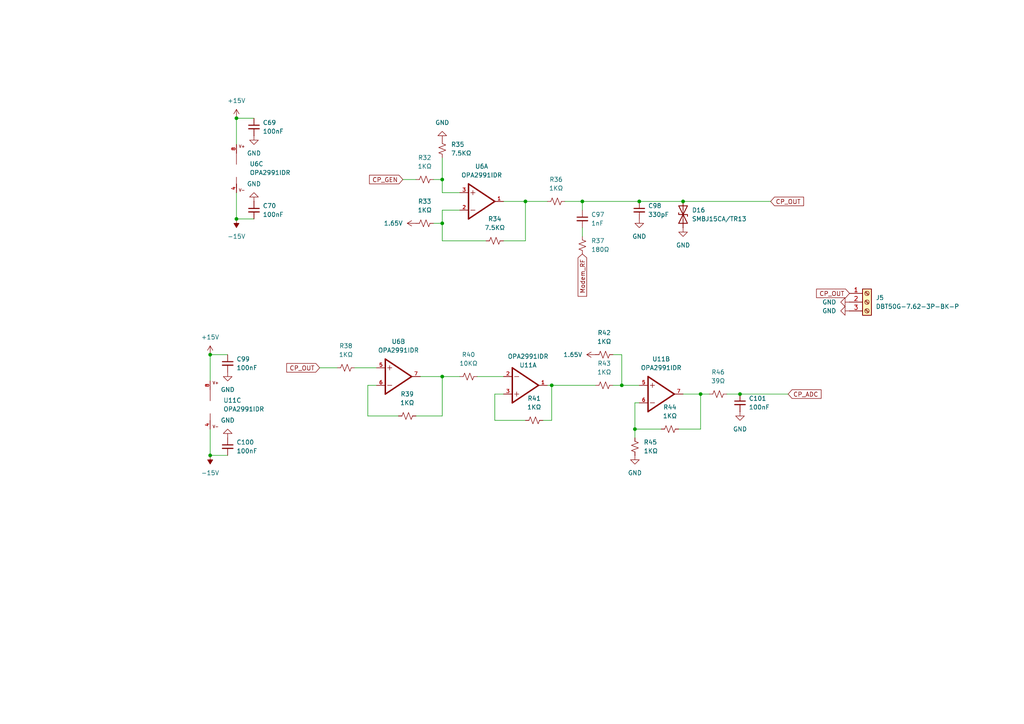
<source format=kicad_sch>
(kicad_sch (version 20231120) (generator "eeschema") (generator_version "8.0")
  (paper "A4")
  (lib_symbols
    (symbol "Connector:Screw_Terminal_01x03" (pin_names (offset 1.016) hide)
      (property "Reference" "J" (at 0 5.08 0))
      (property "Value" "Screw_Terminal_01x03" (at 0 -5.08 0))
      (symbol "Screw_Terminal_01x03_1_1"
        (rectangle (start -1.27 3.81) (end 1.27 -3.81) (stroke (width 0.254)) (fill (type background)))
        (circle (center 0 -2.54) (radius 0.635) (stroke (width 0.1524)))
        (polyline (pts (xy -0.5334 -2.2098) (xy 0.3302 -3.048)) (stroke (width 0.1524)))
        (polyline (pts (xy -0.5334 0.3302) (xy 0.3302 -0.508)) (stroke (width 0.1524)))
        (polyline (pts (xy -0.5334 2.8702) (xy 0.3302 2.032)) (stroke (width 0.1524)))
        (polyline (pts (xy -0.3556 -2.032) (xy 0.508 -2.8702)) (stroke (width 0.1524)))
        (polyline (pts (xy -0.3556 0.508) (xy 0.508 -0.3302)) (stroke (width 0.1524)))
        (polyline (pts (xy -0.3556 3.048) (xy 0.508 2.2098)) (stroke (width 0.1524)))
        (circle (center 0 0) (radius 0.635) (stroke (width 0.1524)))
        (circle (center 0 2.54) (radius 0.635) (stroke (width 0.1524)))
        (pin passive line (at -5.08 2.54 0) (length 3.81) (name "Pin_1") (number "1"))
        (pin passive line (at -5.08 0 0) (length 3.81) (name "Pin_2") (number "2"))
        (pin passive line (at -5.08 -2.54 0) (length 3.81) (name "Pin_3") (number "3"))
      )
    )
    (symbol "Device:C_Small" (pin_numbers hide) (pin_names (offset 0.254) hide)
      (property "Reference" "C" (at 0.254 1.778 0))
      (property "Value" "C_Small" (at 0.254 -2.032 0))
      (symbol "C_Small_0_1"
        (polyline (pts (xy -1.524 -0.508) (xy 1.524 -0.508)) (stroke (width 0.3302)))
        (polyline (pts (xy -1.524 0.508) (xy 1.524 0.508)) (stroke (width 0.3048)))
      )
      (symbol "C_Small_1_1"
        (pin passive line (at 0 2.54 270) (length 2.032) (name "~") (number "1"))
        (pin passive line (at 0 -2.54 90) (length 2.032) (name "~") (number "2"))
      )
    )
    (symbol "Device:D_TVS" (pin_numbers hide) (pin_names (offset 1.016) hide)
      (property "Reference" "D" (at 0 2.54 0))
      (property "Value" "D_TVS" (at 0 -2.54 0))
      (symbol "D_TVS_0_1"
        (polyline (pts (xy 1.27 0) (xy -1.27 0)))
        (polyline (pts (xy 0.508 1.27) (xy 0 1.27) (xy 0 -1.27) (xy -0.508 -1.27)) (stroke (width 0.254)))
        (polyline (pts (xy -2.54 1.27) (xy -2.54 -1.27) (xy 2.54 1.27) (xy 2.54 -1.27) (xy -2.54 1.27)) (stroke (width 0.254)))
      )
      (symbol "D_TVS_1_1"
        (pin passive line (at -3.81 0 0) (length 2.54) (name "A1") (number "1"))
        (pin passive line (at 3.81 0 180) (length 2.54) (name "A2") (number "2"))
      )
    )
    (symbol "Device:R_Small_US" (pin_numbers hide) (pin_names (offset 0.254) hide)
      (property "Reference" "R" (at 0.762 0.508 0))
      (property "Value" "R_Small_US" (at 0.762 -1.016 0))
      (symbol "R_Small_US_1_1"
        (polyline (pts (xy 0 0) (xy 1.016 -0.381) (xy 0 -0.762) (xy -1.016 -1.143) (xy 0 -1.524)))
        (polyline (pts (xy 0 1.524) (xy 1.016 1.143) (xy 0 0.762) (xy -1.016 0.381) (xy 0 0)))
        (pin passive line (at 0 2.54 270) (length 1.016) (name "~") (number "1"))
        (pin passive line (at 0 -2.54 90) (length 1.016) (name "~") (number "2"))
      )
    )
    (symbol "OPA2991IPWR:OPA2991IPWR" (pin_names (offset 1.016))
      (property "Reference" "U" (at -2.54 6.35 0))
      (property "Value" "OPA2991IPWR" (at 1.27 3.81 0))
      (symbol "OPA2991IPWR_1_0"
        (polyline (pts (xy -2.54 -5.08) (xy 5.08 0)) (stroke (width 0.4064)))
        (polyline (pts (xy -2.54 5.08) (xy -2.54 -5.08)) (stroke (width 0.4064)))
        (polyline (pts (xy -1.905 -2.54) (xy -0.635 -2.54)) (stroke (width 0.1524)))
        (polyline (pts (xy -1.905 2.54) (xy -0.635 2.54)) (stroke (width 0.1524)))
        (polyline (pts (xy -1.27 3.175) (xy -1.27 1.905)) (stroke (width 0.1524)))
        (polyline (pts (xy 5.08 0) (xy -2.54 5.08)) (stroke (width 0.4064)))
        (pin output line (at 7.62 0 180) (length 2.54) (name "~") (number "1"))
        (pin input line (at -5.08 -2.54 0) (length 2.54) (name "~") (number "2"))
        (pin input line (at -5.08 2.54 0) (length 2.54) (name "~") (number "3"))
      )
      (symbol "OPA2991IPWR_2_0"
        (polyline (pts (xy -2.54 -5.08) (xy 5.08 0)) (stroke (width 0.4064)))
        (polyline (pts (xy -2.54 5.08) (xy -2.54 -5.08)) (stroke (width 0.4064)))
        (polyline (pts (xy -1.905 -2.54) (xy -0.635 -2.54)) (stroke (width 0.1524)))
        (polyline (pts (xy -1.905 2.54) (xy -0.635 2.54)) (stroke (width 0.1524)))
        (polyline (pts (xy -1.27 3.175) (xy -1.27 1.905)) (stroke (width 0.1524)))
        (polyline (pts (xy 5.08 0) (xy -2.54 5.08)) (stroke (width 0.4064)))
        (pin input line (at -5.08 2.54 0) (length 2.54) (name "~") (number "5"))
        (pin input line (at -5.08 -2.54 0) (length 2.54) (name "~") (number "6"))
        (pin output line (at 7.62 0 180) (length 2.54) (name "~") (number "7"))
      )
      (symbol "OPA2991IPWR_3_0"
        (polyline (pts (xy 0 -1.8542) (xy 0 -5.08)) (stroke (width 0.1524)))
        (polyline (pts (xy 0 5.08) (xy 0 1.8542)) (stroke (width 0.1524)))
        (text "V+" (at 0.635 6.604 0) (effects (font (size 0.8128 0.8128)) (justify left bottom)))
        (text "V-" (at 0.635 -6.096 0) (effects (font (size 0.8128 0.8128)) (justify left bottom)))
        (pin power_in line (at 0 -6.35 90) (length 2.54) (name "~") (number "4"))
        (pin power_in line (at 0 7.62 270) (length 2.54) (name "~") (number "8"))
      )
    )
    (symbol "power:+15V" (power) (pin_numbers hide) (pin_names (offset 0) hide)
      (property "Value" "+15V" (at 0 3.556 0))
      (symbol "+15V_0_1"
        (polyline (pts (xy -0.762 1.27) (xy 0 2.54)))
        (polyline (pts (xy 0 0) (xy 0 2.54)))
        (polyline (pts (xy 0 2.54) (xy 0.762 1.27)))
      )
      (symbol "+15V_1_1"
        (pin power_in line (at 0 0 90) (length 0) (name "~") (number "1"))
      )
    )
    (symbol "power:+5V" (power) (pin_numbers hide) (pin_names (offset 0) hide)
      (property "Value" "+5V" (at 0 3.556 0))
      (symbol "+5V_0_1"
        (polyline (pts (xy -0.762 1.27) (xy 0 2.54)))
        (polyline (pts (xy 0 0) (xy 0 2.54)))
        (polyline (pts (xy 0 2.54) (xy 0.762 1.27)))
      )
      (symbol "+5V_1_1"
        (pin power_in line (at 0 0 90) (length 0) (name "~") (number "1"))
      )
    )
    (symbol "power:-15V" (power) (pin_numbers hide) (pin_names (offset 0) hide)
      (property "Value" "-15V" (at 0 3.556 0))
      (symbol "-15V_0_0"
        (pin power_in line (at 0 0 90) (length 0) (name "~") (number "1"))
      )
      (symbol "-15V_0_1"
        (polyline (pts (xy 0 0) (xy 0 1.27) (xy 0.762 1.27) (xy 0 2.54) (xy -0.762 1.27) (xy 0 1.27)) (fill (type outline)))
      )
    )
    (symbol "power:GND" (power) (pin_numbers hide) (pin_names (offset 0) hide)
      (property "Value" "GND" (at 0 -3.81 0))
      (symbol "GND_0_1"
        (polyline (pts (xy 0 0) (xy 0 -1.27) (xy 1.27 -1.27) (xy 0 -2.54) (xy -1.27 -1.27) (xy 0 -1.27)))
      )
      (symbol "GND_1_1"
        (pin power_in line (at 0 0 270) (length 0) (name "~") (number "1"))
      )
    )
  )
  (junction (at 185.42 58.42))
  (junction (at 214.63 114.3))
  (junction (at 184.15 124.46))
  (junction (at 198.12 58.42))
  (junction (at 60.96 132.08))
  (junction (at 152.4 58.42))
  (junction (at 68.58 34.29))
  (junction (at 128.27 109.22))
  (junction (at 128.27 64.77))
  (junction (at 60.96 102.87))
  (junction (at 160.02 111.76))
  (junction (at 203.2 114.3))
  (junction (at 128.27 52.07))
  (junction (at 68.58 63.5))
  (junction (at 168.91 58.42))
  (junction (at 180.34 111.76))
  (wire (pts (xy 160.02 121.92) (xy 160.02 111.76)))
  (wire (pts (xy 138.43 109.22) (xy 146.05 109.22)))
  (wire (pts (xy 68.58 41.91) (xy 68.58 34.29)))
  (wire (pts (xy 228.6 114.3) (xy 214.63 114.3)))
  (wire (pts (xy 128.27 64.77) (xy 128.27 60.96)))
  (wire (pts (xy 203.2 114.3) (xy 198.12 114.3)))
  (wire (pts (xy 68.58 55.88) (xy 68.58 63.5)))
  (wire (pts (xy 60.96 102.87) (xy 66.04 102.87)))
  (wire (pts (xy 60.96 132.08) (xy 66.04 132.08)))
  (wire (pts (xy 106.68 120.65) (xy 106.68 111.76)))
  (wire (pts (xy 203.2 124.46) (xy 203.2 114.3)))
  (wire (pts (xy 185.42 58.42) (xy 198.12 58.42)))
  (wire (pts (xy 128.27 55.88) (xy 133.35 55.88)))
  (wire (pts (xy 168.91 66.04) (xy 168.91 68.58)))
  (wire (pts (xy 160.02 111.76) (xy 172.72 111.76)))
  (wire (pts (xy 128.27 69.85) (xy 128.27 64.77)))
  (wire (pts (xy 102.87 106.68) (xy 109.22 106.68)))
  (wire (pts (xy 152.4 69.85) (xy 152.4 58.42)))
  (wire (pts (xy 210.82 114.3) (xy 214.63 114.3)))
  (wire (pts (xy 198.12 58.42) (xy 223.52 58.42)))
  (wire (pts (xy 125.73 64.77) (xy 128.27 64.77)))
  (wire (pts (xy 143.51 114.3) (xy 146.05 114.3)))
  (wire (pts (xy 168.91 58.42) (xy 168.91 60.96)))
  (wire (pts (xy 180.34 102.87) (xy 180.34 111.76)))
  (wire (pts (xy 152.4 58.42) (xy 146.05 58.42)))
  (wire (pts (xy 184.15 124.46) (xy 191.77 124.46)))
  (wire (pts (xy 177.8 111.76) (xy 180.34 111.76)))
  (wire (pts (xy 157.48 121.92) (xy 160.02 121.92)))
  (wire (pts (xy 184.15 124.46) (xy 184.15 127)))
  (wire (pts (xy 92.71 106.68) (xy 97.79 106.68)))
  (wire (pts (xy 128.27 109.22) (xy 121.92 109.22)))
  (wire (pts (xy 60.96 110.49) (xy 60.96 102.87)))
  (wire (pts (xy 196.85 124.46) (xy 203.2 124.46)))
  (wire (pts (xy 163.83 58.42) (xy 168.91 58.42)))
  (wire (pts (xy 168.91 58.42) (xy 185.42 58.42)))
  (wire (pts (xy 125.73 52.07) (xy 128.27 52.07)))
  (wire (pts (xy 184.15 116.84) (xy 184.15 124.46)))
  (wire (pts (xy 185.42 116.84) (xy 184.15 116.84)))
  (wire (pts (xy 68.58 34.29) (xy 73.66 34.29)))
  (wire (pts (xy 140.97 69.85) (xy 128.27 69.85)))
  (wire (pts (xy 146.05 69.85) (xy 152.4 69.85)))
  (wire (pts (xy 203.2 114.3) (xy 205.74 114.3)))
  (wire (pts (xy 128.27 60.96) (xy 133.35 60.96)))
  (wire (pts (xy 128.27 109.22) (xy 133.35 109.22)))
  (wire (pts (xy 116.84 52.07) (xy 120.65 52.07)))
  (wire (pts (xy 160.02 111.76) (xy 158.75 111.76)))
  (wire (pts (xy 128.27 52.07) (xy 128.27 55.88)))
  (wire (pts (xy 115.57 120.65) (xy 106.68 120.65)))
  (wire (pts (xy 128.27 45.72) (xy 128.27 52.07)))
  (wire (pts (xy 177.8 102.87) (xy 180.34 102.87)))
  (wire (pts (xy 120.65 120.65) (xy 128.27 120.65)))
  (wire (pts (xy 180.34 111.76) (xy 185.42 111.76)))
  (wire (pts (xy 60.96 124.46) (xy 60.96 132.08)))
  (wire (pts (xy 152.4 58.42) (xy 158.75 58.42)))
  (wire (pts (xy 106.68 111.76) (xy 109.22 111.76)))
  (wire (pts (xy 128.27 120.65) (xy 128.27 109.22)))
  (wire (pts (xy 152.4 121.92) (xy 143.51 121.92)))
  (wire (pts (xy 143.51 121.92) (xy 143.51 114.3)))
  (wire (pts (xy 68.58 63.5) (xy 73.66 63.5)))
  (global_label "CP_GEN" (shape input) (at 116.84 52.07 180) (property "Intersheetrefs" "${INTERSHEET_REFS}" (effects (hide yes))))
  (global_label "CP_ADC" (shape input) (at 228.6 114.3 0) (property "Intersheetrefs" "${INTERSHEET_REFS}" (effects (hide yes))))
  (global_label "Modem_RF" (shape input) (at 168.91 73.66 270) (property "Intersheetrefs" "${INTERSHEET_REFS}" (effects (hide yes))))
  (global_label "CP_OUT" (shape input) (at 246.38 85.09 180) (property "Intersheetrefs" "${INTERSHEET_REFS}" (effects (hide yes))))
  (global_label "CP_OUT" (shape input) (at 92.71 106.68 180) (property "Intersheetrefs" "${INTERSHEET_REFS}" (effects (hide yes))))
  (global_label "CP_OUT" (shape input) (at 223.52 58.42 0) (property "Intersheetrefs" "${INTERSHEET_REFS}" (effects (hide yes))))
  (symbol (lib_id "Device:R_Small_US") (at 208.28 114.3 270) (unit 1)
    (property "Reference" "R46" (at 208.28 107.95 90))
    (property "Value" "39Ω" (at 208.28 110.49 90))
    (property "Footprint" "Resistor_SMD:R_0805_2012Metric" (effects (hide yes)))
    (property "Description" "Resistor, small US symbol" (effects (hide yes)))
    (property "JLCPCB Part No #" "C137534" (effects (hide yes)))
  )
  (symbol (lib_id "power:GND") (at 246.38 87.63 270) (unit 1)
    (property "Reference" "#PWR0203" (effects (hide yes)))
    (property "Value" "GND" (at 242.57 87.6299 90) (effects (justify right)))
    (property "Description" "Power symbol creates a global label with name \"GND\" , ground" (effects (hide yes)))
  )
  (symbol (lib_id "Device:C_Small") (at 168.91 63.5 0) (unit 1)
    (property "Reference" "C97" (at 171.45 62.2362 0) (effects (justify left)))
    (property "Value" "1nF" (at 171.45 64.7762 0) (effects (justify left)))
    (property "Footprint" "Capacitor_SMD:C_0805_2012Metric" (effects (hide yes)))
    (property "Description" "Unpolarized capacitor, small symbol" (effects (hide yes)))
    (property "JLCPCB Part No #" "C46653" (effects (hide yes)))
  )
  (symbol (lib_id "OPA2991IPWR:OPA2991IPWR") (at 68.58 49.53 0) (unit 3)
    (property "Reference" "U6" (at 72.39 47.5421 0) (effects (justify left)))
    (property "Value" "OPA2991IDR" (at 72.39 50.0821 0) (effects (justify left)))
    (property "Footprint" "Package_SO:SOIC-8_3.9x4.9mm_P1.27mm" (effects (hide yes)))
    (property "MANUFACTURER_NAME" "Texas Instruments" (effects (hide yes)))
    (property "MF" "Texas Instruments" (effects (hide yes)))
    (property "MOUSER_PRICE-STOCK" "https://www.mouser.co.uk/ProductDetail/Texas-Instruments/OPA2991IPWR?qs=Cb2nCFKsA8ruRvyPQ0HPfg%3D%3D" (effects (hide yes)))
    (property "DESCRIPTION" "Operational Amplifiers - Op Amps 40-V, dual 4.5MHz, rail-to-rail input/output, low-offset-voltage, low-noise op amp 8-TSSOP -40 to 125" (effects (hide yes)))
    (property "MOUSER_PART_NUMBER" "595-OPA2991IPWR" (effects (hide yes)))
    (property "Price" "None" (effects (hide yes)))
    (property "Package" "TSSOP-8 Texas Instruments" (effects (hide yes)))
    (property "Check_prices" "https://www.snapeda.com/parts/OPA2991IPWR/Texas+Instruments/view-part/?ref=eda" (effects (hide yes)))
    (property "HEIGHT" "1.2mm" (effects (hide yes)))
    (property "SnapEDA_Link" "https://www.snapeda.com/parts/OPA2991IPWR/Texas+Instruments/view-part/?ref=snap" (effects (hide yes)))
    (property "MP" "OPA2991IPWR" (effects (hide yes)))
    (property "Description_1" "\nDual, 40-V, 4.5-MHz, low-power operational amplifier\n" (effects (hide yes)))
    (property "Availability" "In Stock" (effects (hide yes)))
    (property "MANUFACTURER_PART_NUMBER" "OPA2991IPWR" (effects (hide yes)))
    (property "JLCPCB Part No #" "C2878324" (effects (hide yes)))
  )
  (symbol (lib_id "Device:R_Small_US") (at 168.91 71.12 0) (unit 1)
    (property "Reference" "R37" (at 171.45 69.8499 0) (effects (justify left)))
    (property "Value" "180Ω" (at 171.45 72.3899 0) (effects (justify left)))
    (property "Footprint" "Resistor_SMD:R_0805_2012Metric" (effects (hide yes)))
    (property "Description" "Resistor, small US symbol" (effects (hide yes)))
    (property "JLCPCB Part No #" "C25270" (effects (hide yes)))
  )
  (symbol (lib_id "power:+15V") (at 60.96 102.87 0) (unit 1)
    (property "Reference" "#PWR0191" (effects (hide yes)))
    (property "Value" "+15V" (at 60.96 97.79 0))
    (property "Description" "Power symbol creates a global label with name \"+15V\"" (effects (hide yes)))
  )
  (symbol (lib_id "power:-15V") (at 68.58 63.5 180) (unit 1)
    (property "Reference" "#PWR0175" (effects (hide yes)))
    (property "Value" "-15V" (at 68.58 68.58 0))
    (property "Description" "Power symbol creates a global label with name \"-15V\"" (effects (hide yes)))
  )
  (symbol (lib_id "Device:R_Small_US") (at 128.27 43.18 0) (unit 1)
    (property "Reference" "R35" (at 130.81 41.9099 0) (effects (justify left)))
    (property "Value" "7.5KΩ" (at 130.81 44.4499 0) (effects (justify left)))
    (property "Footprint" "Resistor_SMD:R_0805_2012Metric" (effects (hide yes)))
    (property "Description" "Resistor, small US symbol" (effects (hide yes)))
    (property "JLCPCB Part No #" "C17807" (effects (hide yes)))
  )
  (symbol (lib_id "power:GND") (at 214.63 119.38 0) (unit 1)
    (property "Reference" "#PWR0197" (effects (hide yes)))
    (property "Value" "GND" (at 214.63 124.46 0))
    (property "Description" "Power symbol creates a global label with name \"GND\" , ground" (effects (hide yes)))
  )
  (symbol (lib_id "OPA2991IPWR:OPA2991IPWR") (at 60.96 118.11 0) (unit 3)
    (property "Reference" "U11" (at 64.77 116.1221 0) (effects (justify left)))
    (property "Value" "OPA2991IDR" (at 64.77 118.6621 0) (effects (justify left)))
    (property "Footprint" "Package_SO:SOIC-8_3.9x4.9mm_P1.27mm" (effects (hide yes)))
    (property "MANUFACTURER_NAME" "Texas Instruments" (effects (hide yes)))
    (property "MF" "Texas Instruments" (effects (hide yes)))
    (property "MOUSER_PRICE-STOCK" "https://www.mouser.co.uk/ProductDetail/Texas-Instruments/OPA2991IPWR?qs=Cb2nCFKsA8ruRvyPQ0HPfg%3D%3D" (effects (hide yes)))
    (property "DESCRIPTION" "Operational Amplifiers - Op Amps 40-V, dual 4.5MHz, rail-to-rail input/output, low-offset-voltage, low-noise op amp 8-TSSOP -40 to 125" (effects (hide yes)))
    (property "MOUSER_PART_NUMBER" "595-OPA2991IPWR" (effects (hide yes)))
    (property "Price" "None" (effects (hide yes)))
    (property "Package" "TSSOP-8 Texas Instruments" (effects (hide yes)))
    (property "Check_prices" "https://www.snapeda.com/parts/OPA2991IPWR/Texas+Instruments/view-part/?ref=eda" (effects (hide yes)))
    (property "HEIGHT" "1.2mm" (effects (hide yes)))
    (property "SnapEDA_Link" "https://www.snapeda.com/parts/OPA2991IPWR/Texas+Instruments/view-part/?ref=snap" (effects (hide yes)))
    (property "MP" "OPA2991IPWR" (effects (hide yes)))
    (property "Description_1" "\nDual, 40-V, 4.5-MHz, low-power operational amplifier\n" (effects (hide yes)))
    (property "Availability" "In Stock" (effects (hide yes)))
    (property "MANUFACTURER_PART_NUMBER" "OPA2991IPWR" (effects (hide yes)))
    (property "JLCPCB Part No #" "C2878324" (effects (hide yes)))
  )
  (symbol (lib_id "Device:R_Small_US") (at 123.19 64.77 270) (unit 1)
    (property "Reference" "R33" (at 123.19 58.42 90))
    (property "Value" "1KΩ" (at 123.19 60.96 90))
    (property "Footprint" "Resistor_SMD:R_0805_2012Metric" (effects (hide yes)))
    (property "Description" "Resistor, small US symbol" (effects (hide yes)))
    (property "JLCPCB Part No #" "C17513" (effects (hide yes)))
  )
  (symbol (lib_id "Device:R_Small_US") (at 123.19 52.07 90) (unit 1)
    (property "Reference" "R32" (at 123.19 45.72 90))
    (property "Value" "1KΩ" (at 123.19 48.26 90))
    (property "Footprint" "Resistor_SMD:R_0805_2012Metric" (effects (hide yes)))
    (property "Description" "Resistor, small US symbol" (effects (hide yes)))
    (property "JLCPCB Part No #" "C17513" (effects (hide yes)))
  )
  (symbol (lib_id "Device:C_Small") (at 66.04 105.41 0) (unit 1)
    (property "Reference" "C99" (at 68.58 104.1462 0) (effects (justify left)))
    (property "Value" "100nF" (at 68.58 106.6862 0) (effects (justify left)))
    (property "Footprint" "Capacitor_SMD:C_0805_2012Metric" (effects (hide yes)))
    (property "Description" "Unpolarized capacitor, small symbol" (effects (hide yes)))
    (property "JLCPCB Part No #" "C28233" (effects (hide yes)))
  )
  (symbol (lib_id "Device:R_Small_US") (at 175.26 102.87 270) (unit 1)
    (property "Reference" "R42" (at 175.26 96.52 90))
    (property "Value" "1KΩ" (at 175.26 99.06 90))
    (property "Footprint" "Resistor_SMD:R_0805_2012Metric" (effects (hide yes)))
    (property "Description" "Resistor, small US symbol" (effects (hide yes)))
    (property "JLCPCB Part No #" "C17513" (effects (hide yes)))
  )
  (symbol (lib_id "OPA2991IPWR:OPA2991IPWR") (at 190.5 114.3 0) (unit 2)
    (property "Reference" "U11" (at 191.77 104.14 0))
    (property "Value" "OPA2991IDR" (at 191.77 106.68 0))
    (property "Footprint" "Package_SO:SOIC-8_3.9x4.9mm_P1.27mm" (effects (hide yes)))
    (property "MANUFACTURER_NAME" "Texas Instruments" (effects (hide yes)))
    (property "MF" "Texas Instruments" (effects (hide yes)))
    (property "MOUSER_PRICE-STOCK" "https://www.mouser.co.uk/ProductDetail/Texas-Instruments/OPA2991IPWR?qs=Cb2nCFKsA8ruRvyPQ0HPfg%3D%3D" (effects (hide yes)))
    (property "DESCRIPTION" "Operational Amplifiers - Op Amps 40-V, dual 4.5MHz, rail-to-rail input/output, low-offset-voltage, low-noise op amp 8-TSSOP -40 to 125" (effects (hide yes)))
    (property "MOUSER_PART_NUMBER" "595-OPA2991IPWR" (effects (hide yes)))
    (property "Price" "None" (effects (hide yes)))
    (property "Package" "TSSOP-8 Texas Instruments" (effects (hide yes)))
    (property "Check_prices" "https://www.snapeda.com/parts/OPA2991IPWR/Texas+Instruments/view-part/?ref=eda" (effects (hide yes)))
    (property "HEIGHT" "1.2mm" (effects (hide yes)))
    (property "SnapEDA_Link" "https://www.snapeda.com/parts/OPA2991IPWR/Texas+Instruments/view-part/?ref=snap" (effects (hide yes)))
    (property "MP" "OPA2991IPWR" (effects (hide yes)))
    (property "Description_1" "\nDual, 40-V, 4.5-MHz, low-power operational amplifier\n" (effects (hide yes)))
    (property "Availability" "In Stock" (effects (hide yes)))
    (property "MANUFACTURER_PART_NUMBER" "OPA2991IPWR" (effects (hide yes)))
    (property "JLCPCB Part No #" "C2878324" (effects (hide yes)))
  )
  (symbol (lib_id "Device:R_Small_US") (at 135.89 109.22 90) (unit 1)
    (property "Reference" "R40" (at 135.89 102.87 90))
    (property "Value" "10KΩ" (at 135.89 105.41 90))
    (property "Footprint" "Resistor_SMD:R_0805_2012Metric" (effects (hide yes)))
    (property "Description" "Resistor, small US symbol" (effects (hide yes)))
    (property "JLCPCB Part No #" "C17414" (effects (hide yes)))
  )
  (symbol (lib_id "power:GND") (at 184.15 132.08 0) (unit 1)
    (property "Reference" "#PWR0196" (effects (hide yes)))
    (property "Value" "GND" (at 184.15 137.16 0))
    (property "Description" "Power symbol creates a global label with name \"GND\" , ground" (effects (hide yes)))
  )
  (symbol (lib_id "power:GND") (at 128.27 40.64 180) (unit 1)
    (property "Reference" "#PWR0188" (effects (hide yes)))
    (property "Value" "GND" (at 128.27 35.56 0))
    (property "Description" "Power symbol creates a global label with name \"GND\" , ground" (effects (hide yes)))
  )
  (symbol (lib_id "power:GND") (at 198.12 66.04 0) (unit 1)
    (property "Reference" "#PWR0190" (effects (hide yes)))
    (property "Value" "GND" (at 198.12 71.12 0))
    (property "Description" "Power symbol creates a global label with name \"GND\" , ground" (effects (hide yes)))
  )
  (symbol (lib_id "Connector:Screw_Terminal_01x03") (at 251.46 87.63 0) (unit 1)
    (property "Reference" "J5" (at 254 86.3599 0) (effects (justify left)))
    (property "Value" "DBT50G-7.62-3P-BK-P" (at 254 88.8999 0) (effects (justify left)))
    (property "Footprint" "Connector_Phoenix_GMSTB:PhoenixContact_GMSTBVA_2,5_3-G-7,62_1x03_P7.62mm_Vertical" (effects (hide yes)))
    (property "Description" "Generic screw terminal, single row, 01x03, script generated (kicad-library-utils/schlib/autogen/connector/)" (effects (hide yes)))
    (property "JLCPCB Part No #" "C496128" (effects (hide yes)))
  )
  (symbol (lib_id "Device:R_Small_US") (at 175.26 111.76 270) (unit 1)
    (property "Reference" "R43" (at 175.26 105.41 90))
    (property "Value" "1KΩ" (at 175.26 107.95 90))
    (property "Footprint" "Resistor_SMD:R_0805_2012Metric" (effects (hide yes)))
    (property "Description" "Resistor, small US symbol" (effects (hide yes)))
    (property "JLCPCB Part No #" "C17513" (effects (hide yes)))
  )
  (symbol (lib_id "power:+15V") (at 68.58 34.29 0) (unit 1)
    (property "Reference" "#PWR0174" (effects (hide yes)))
    (property "Value" "+15V" (at 68.58 29.21 0))
    (property "Description" "Power symbol creates a global label with name \"+15V\"" (effects (hide yes)))
  )
  (symbol (lib_id "Device:R_Small_US") (at 118.11 120.65 270) (unit 1)
    (property "Reference" "R39" (at 118.11 114.3 90))
    (property "Value" "1KΩ" (at 118.11 116.84 90))
    (property "Footprint" "Resistor_SMD:R_0805_2012Metric" (effects (hide yes)))
    (property "Description" "Resistor, small US symbol" (effects (hide yes)))
    (property "JLCPCB Part No #" "C17513" (effects (hide yes)))
  )
  (symbol (lib_id "power:GND") (at 73.66 39.37 0) (unit 1)
    (property "Reference" "#PWR0176" (effects (hide yes)))
    (property "Value" "GND" (at 73.66 44.45 0))
    (property "Description" "Power symbol creates a global label with name \"GND\" , ground" (effects (hide yes)))
  )
  (symbol (lib_id "Device:C_Small") (at 73.66 60.96 0) (unit 1)
    (property "Reference" "C70" (at 76.2 59.6962 0) (effects (justify left)))
    (property "Value" "100nF" (at 76.2 62.2362 0) (effects (justify left)))
    (property "Footprint" "Capacitor_SMD:C_0805_2012Metric" (effects (hide yes)))
    (property "Description" "Unpolarized capacitor, small symbol" (effects (hide yes)))
    (property "JLCPCB Part No #" "C28233" (effects (hide yes)))
  )
  (symbol (lib_id "power:GND") (at 73.66 58.42 180) (unit 1)
    (property "Reference" "#PWR0177" (effects (hide yes)))
    (property "Value" "GND" (at 73.66 53.34 0))
    (property "Description" "Power symbol creates a global label with name \"GND\" , ground" (effects (hide yes)))
  )
  (symbol (lib_id "power:+5V") (at 120.65 64.77 90) (mirror x) (unit 1)
    (property "Reference" "#PWR0187" (effects (hide yes)))
    (property "Value" "1.65V" (at 116.84 64.7699 90) (effects (justify left)))
    (property "Description" "Power symbol creates a global label with name \"+5V\"" (effects (hide yes)))
  )
  (symbol (lib_id "Device:C_Small") (at 214.63 116.84 0) (unit 1)
    (property "Reference" "C101" (at 217.17 115.5762 0) (effects (justify left)))
    (property "Value" "100nF" (at 217.17 118.1162 0) (effects (justify left)))
    (property "Footprint" "Capacitor_SMD:C_0805_2012Metric" (effects (hide yes)))
    (property "Description" "Unpolarized capacitor, small symbol" (effects (hide yes)))
    (property "JLCPCB Part No #" "C28233" (effects (hide yes)))
  )
  (symbol (lib_id "power:GND") (at 66.04 107.95 0) (unit 1)
    (property "Reference" "#PWR0192" (effects (hide yes)))
    (property "Value" "GND" (at 66.04 113.03 0))
    (property "Description" "Power symbol creates a global label with name \"GND\" , ground" (effects (hide yes)))
  )
  (symbol (lib_id "Device:R_Small_US") (at 154.94 121.92 270) (unit 1)
    (property "Reference" "R41" (at 154.94 115.57 90))
    (property "Value" "1KΩ" (at 154.94 118.11 90))
    (property "Footprint" "Resistor_SMD:R_0805_2012Metric" (effects (hide yes)))
    (property "Description" "Resistor, small US symbol" (effects (hide yes)))
    (property "JLCPCB Part No #" "C17513" (effects (hide yes)))
  )
  (symbol (lib_id "Device:R_Small_US") (at 161.29 58.42 270) (unit 1)
    (property "Reference" "R36" (at 161.29 52.07 90))
    (property "Value" "1KΩ" (at 161.29 54.61 90))
    (property "Footprint" "Resistor_SMD:R_0805_2012Metric" (effects (hide yes)))
    (property "Description" "Resistor, small US symbol" (effects (hide yes)))
    (property "JLCPCB Part No #" "C17513" (effects (hide yes)))
  )
  (symbol (lib_id "Device:D_TVS") (at 198.12 62.23 90) (unit 1)
    (property "Reference" "D16" (at 200.66 60.9599 90) (effects (justify right)))
    (property "Value" "SMBJ15CA/TR13" (at 200.66 63.4999 90) (effects (justify right)))
    (property "Footprint" "Diode_SMD:D_SMB" (effects (hide yes)))
    (property "Description" "Bidirectional transient-voltage-suppression diode" (effects (hide yes)))
    (property "JLCPCB Part No #" "C78410" (effects (hide yes)))
  )
  (symbol (lib_id "Device:R_Small_US") (at 194.31 124.46 270) (unit 1)
    (property "Reference" "R44" (at 194.31 118.11 90))
    (property "Value" "1KΩ" (at 194.31 120.65 90))
    (property "Footprint" "Resistor_SMD:R_0805_2012Metric" (effects (hide yes)))
    (property "Description" "Resistor, small US symbol" (effects (hide yes)))
    (property "JLCPCB Part No #" "C17513" (effects (hide yes)))
  )
  (symbol (lib_id "Device:C_Small") (at 185.42 60.96 0) (unit 1)
    (property "Reference" "C98" (at 187.96 59.6962 0) (effects (justify left)))
    (property "Value" "330pF" (at 187.96 62.2362 0) (effects (justify left)))
    (property "Footprint" "Capacitor_SMD:C_0805_2012Metric" (effects (hide yes)))
    (property "Description" "Unpolarized capacitor, small symbol" (effects (hide yes)))
    (property "JLCPCB Part No #" "C1815" (effects (hide yes)))
  )
  (symbol (lib_id "OPA2991IPWR:OPA2991IPWR") (at 138.43 58.42 0) (unit 1)
    (property "Reference" "U6" (at 139.7 48.26 0))
    (property "Value" "OPA2991IDR" (at 139.7 50.8 0))
    (property "Footprint" "Package_SO:SOIC-8_3.9x4.9mm_P1.27mm" (effects (hide yes)))
    (property "MANUFACTURER_NAME" "Texas Instruments" (effects (hide yes)))
    (property "MF" "Texas Instruments" (effects (hide yes)))
    (property "MOUSER_PRICE-STOCK" "https://www.mouser.co.uk/ProductDetail/Texas-Instruments/OPA2991IPWR?qs=Cb2nCFKsA8ruRvyPQ0HPfg%3D%3D" (effects (hide yes)))
    (property "DESCRIPTION" "Operational Amplifiers - Op Amps 40-V, dual 4.5MHz, rail-to-rail input/output, low-offset-voltage, low-noise op amp 8-TSSOP -40 to 125" (effects (hide yes)))
    (property "MOUSER_PART_NUMBER" "595-OPA2991IPWR" (effects (hide yes)))
    (property "Price" "None" (effects (hide yes)))
    (property "Package" "TSSOP-8 Texas Instruments" (effects (hide yes)))
    (property "Check_prices" "https://www.snapeda.com/parts/OPA2991IPWR/Texas+Instruments/view-part/?ref=eda" (effects (hide yes)))
    (property "HEIGHT" "1.2mm" (effects (hide yes)))
    (property "SnapEDA_Link" "https://www.snapeda.com/parts/OPA2991IPWR/Texas+Instruments/view-part/?ref=snap" (effects (hide yes)))
    (property "MP" "OPA2991IPWR" (effects (hide yes)))
    (property "Description_1" "\nDual, 40-V, 4.5-MHz, low-power operational amplifier\n" (effects (hide yes)))
    (property "Availability" "In Stock" (effects (hide yes)))
    (property "MANUFACTURER_PART_NUMBER" "OPA2991IPWR" (effects (hide yes)))
    (property "JLCPCB Part No #" "C2878324" (effects (hide yes)))
  )
  (symbol (lib_id "OPA2991IPWR:OPA2991IPWR") (at 114.3 109.22 0) (unit 2)
    (property "Reference" "U6" (at 115.57 99.06 0))
    (property "Value" "OPA2991IDR" (at 115.57 101.6 0))
    (property "Footprint" "Package_SO:SOIC-8_3.9x4.9mm_P1.27mm" (effects (hide yes)))
    (property "MANUFACTURER_NAME" "Texas Instruments" (effects (hide yes)))
    (property "MF" "Texas Instruments" (effects (hide yes)))
    (property "MOUSER_PRICE-STOCK" "https://www.mouser.co.uk/ProductDetail/Texas-Instruments/OPA2991IPWR?qs=Cb2nCFKsA8ruRvyPQ0HPfg%3D%3D" (effects (hide yes)))
    (property "DESCRIPTION" "Operational Amplifiers - Op Amps 40-V, dual 4.5MHz, rail-to-rail input/output, low-offset-voltage, low-noise op amp 8-TSSOP -40 to 125" (effects (hide yes)))
    (property "MOUSER_PART_NUMBER" "595-OPA2991IPWR" (effects (hide yes)))
    (property "Price" "None" (effects (hide yes)))
    (property "Package" "TSSOP-8 Texas Instruments" (effects (hide yes)))
    (property "Check_prices" "https://www.snapeda.com/parts/OPA2991IPWR/Texas+Instruments/view-part/?ref=eda" (effects (hide yes)))
    (property "HEIGHT" "1.2mm" (effects (hide yes)))
    (property "SnapEDA_Link" "https://www.snapeda.com/parts/OPA2991IPWR/Texas+Instruments/view-part/?ref=snap" (effects (hide yes)))
    (property "MP" "OPA2991IPWR" (effects (hide yes)))
    (property "Description_1" "\nDual, 40-V, 4.5-MHz, low-power operational amplifier\n" (effects (hide yes)))
    (property "Availability" "In Stock" (effects (hide yes)))
    (property "MANUFACTURER_PART_NUMBER" "OPA2991IPWR" (effects (hide yes)))
    (property "JLCPCB Part No #" "C2878324" (effects (hide yes)))
  )
  (symbol (lib_id "Device:C_Small") (at 73.66 36.83 0) (unit 1)
    (property "Reference" "C69" (at 76.2 35.5662 0) (effects (justify left)))
    (property "Value" "100nF" (at 76.2 38.1062 0) (effects (justify left)))
    (property "Footprint" "Capacitor_SMD:C_0805_2012Metric" (effects (hide yes)))
    (property "Description" "Unpolarized capacitor, small symbol" (effects (hide yes)))
    (property "JLCPCB Part No #" "C28233" (effects (hide yes)))
  )
  (symbol (lib_id "power:+5V") (at 172.72 102.87 90) (mirror x) (unit 1)
    (property "Reference" "#PWR0195" (effects (hide yes)))
    (property "Value" "1.65V" (at 168.91 102.8699 90) (effects (justify left)))
    (property "Description" "Power symbol creates a global label with name \"+5V\"" (effects (hide yes)))
  )
  (symbol (lib_id "OPA2991IPWR:OPA2991IPWR") (at 151.13 111.76 0) (mirror x) (unit 1)
    (property "Reference" "U11" (at 153.162 105.918 0))
    (property "Value" "OPA2991IDR" (at 153.162 103.378 0))
    (property "Footprint" "Package_SO:SOIC-8_3.9x4.9mm_P1.27mm" (effects (hide yes)))
    (property "MANUFACTURER_NAME" "Texas Instruments" (effects (hide yes)))
    (property "MF" "Texas Instruments" (effects (hide yes)))
    (property "MOUSER_PRICE-STOCK" "https://www.mouser.co.uk/ProductDetail/Texas-Instruments/OPA2991IPWR?qs=Cb2nCFKsA8ruRvyPQ0HPfg%3D%3D" (effects (hide yes)))
    (property "DESCRIPTION" "Operational Amplifiers - Op Amps 40-V, dual 4.5MHz, rail-to-rail input/output, low-offset-voltage, low-noise op amp 8-TSSOP -40 to 125" (effects (hide yes)))
    (property "MOUSER_PART_NUMBER" "595-OPA2991IPWR" (effects (hide yes)))
    (property "Price" "None" (effects (hide yes)))
    (property "Package" "TSSOP-8 Texas Instruments" (effects (hide yes)))
    (property "Check_prices" "https://www.snapeda.com/parts/OPA2991IPWR/Texas+Instruments/view-part/?ref=eda" (effects (hide yes)))
    (property "HEIGHT" "1.2mm" (effects (hide yes)))
    (property "SnapEDA_Link" "https://www.snapeda.com/parts/OPA2991IPWR/Texas+Instruments/view-part/?ref=snap" (effects (hide yes)))
    (property "MP" "OPA2991IPWR" (effects (hide yes)))
    (property "Description_1" "\nDual, 40-V, 4.5-MHz, low-power operational amplifier\n" (effects (hide yes)))
    (property "Availability" "In Stock" (effects (hide yes)))
    (property "MANUFACTURER_PART_NUMBER" "OPA2991IPWR" (effects (hide yes)))
    (property "JLCPCB Part No #" "C2878324" (effects (hide yes)))
  )
  (symbol (lib_id "Device:R_Small_US") (at 184.15 129.54 0) (unit 1)
    (property "Reference" "R45" (at 186.69 128.2699 0) (effects (justify left)))
    (property "Value" "1KΩ" (at 186.69 130.8099 0) (effects (justify left)))
    (property "Footprint" "Resistor_SMD:R_0805_2012Metric" (effects (hide yes)))
    (property "Description" "Resistor, small US symbol" (effects (hide yes)))
    (property "JLCPCB Part No #" "C17513" (effects (hide yes)))
  )
  (symbol (lib_id "power:GND") (at 185.42 63.5 0) (unit 1)
    (property "Reference" "#PWR0189" (effects (hide yes)))
    (property "Value" "GND" (at 185.42 68.58 0))
    (property "Description" "Power symbol creates a global label with name \"GND\" , ground" (effects (hide yes)))
  )
  (symbol (lib_id "Device:R_Small_US") (at 100.33 106.68 270) (unit 1)
    (property "Reference" "R38" (at 100.33 100.33 90))
    (property "Value" "1KΩ" (at 100.33 102.87 90))
    (property "Footprint" "Resistor_SMD:R_0805_2012Metric" (effects (hide yes)))
    (property "Description" "Resistor, small US symbol" (effects (hide yes)))
    (property "JLCPCB Part No #" "C17513" (effects (hide yes)))
  )
  (symbol (lib_id "power:GND") (at 66.04 127 180) (unit 1)
    (property "Reference" "#PWR0194" (effects (hide yes)))
    (property "Value" "GND" (at 66.04 121.92 0))
    (property "Description" "Power symbol creates a global label with name \"GND\" , ground" (effects (hide yes)))
  )
  (symbol (lib_id "power:GND") (at 246.38 90.17 270) (unit 1)
    (property "Reference" "#PWR0204" (effects (hide yes)))
    (property "Value" "GND" (at 242.57 90.1699 90) (effects (justify right)))
    (property "Description" "Power symbol creates a global label with name \"GND\" , ground" (effects (hide yes)))
  )
  (symbol (lib_id "power:-15V") (at 60.96 132.08 180) (unit 1)
    (property "Reference" "#PWR0193" (effects (hide yes)))
    (property "Value" "-15V" (at 60.96 137.16 0))
    (property "Description" "Power symbol creates a global label with name \"-15V\"" (effects (hide yes)))
  )
  (symbol (lib_id "Device:C_Small") (at 66.04 129.54 0) (unit 1)
    (property "Reference" "C100" (at 68.58 128.2762 0) (effects (justify left)))
    (property "Value" "100nF" (at 68.58 130.8162 0) (effects (justify left)))
    (property "Footprint" "Capacitor_SMD:C_0805_2012Metric" (effects (hide yes)))
    (property "Description" "Unpolarized capacitor, small symbol" (effects (hide yes)))
    (property "JLCPCB Part No #" "C28233" (effects (hide yes)))
  )
  (symbol (lib_id "Device:R_Small_US") (at 143.51 69.85 270) (unit 1)
    (property "Reference" "R34" (at 143.51 63.5 90))
    (property "Value" "7.5KΩ" (at 143.51 66.04 90))
    (property "Footprint" "Resistor_SMD:R_0805_2012Metric" (effects (hide yes)))
    (property "Description" "Resistor, small US symbol" (effects (hide yes)))
    (property "JLCPCB Part No #" "C17807" (effects (hide yes)))
  )
)
</source>
